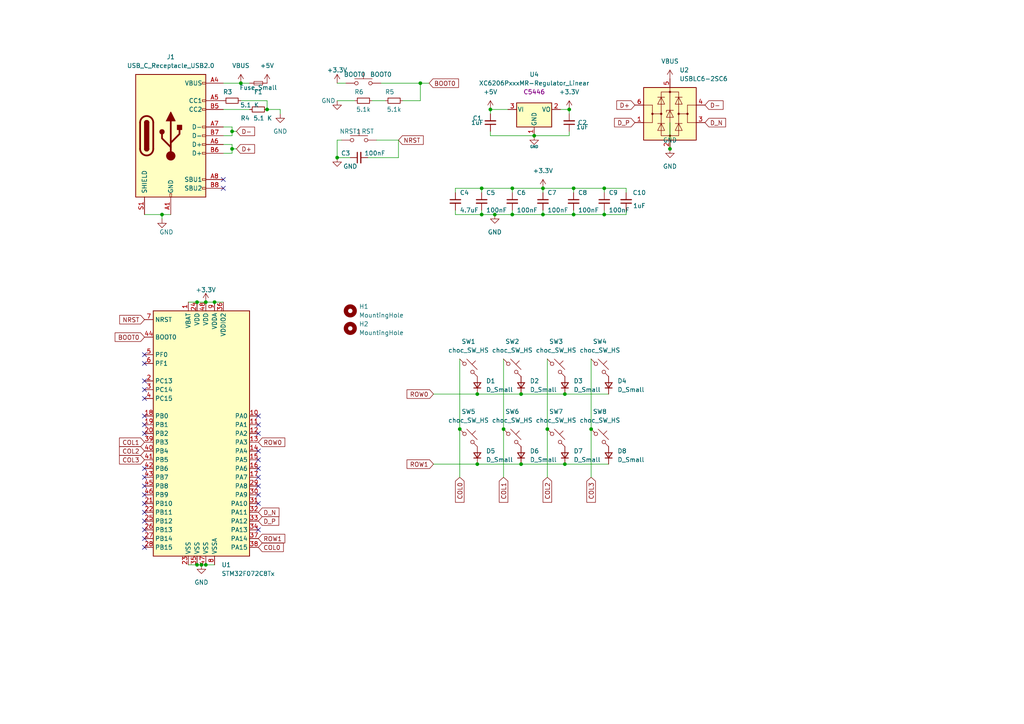
<source format=kicad_sch>
(kicad_sch (version 20230121) (generator eeschema)
  (paper "A4")
  (lib_symbols
    (symbol "Connector:USB_C_Receptacle_USB2.0" (pin_names (offset 1.016))
      (property "Reference" "J" (at -10.16 19.05 0))
      (property "Value" "USB_C_Receptacle_USB2.0" (at 19.05 19.05 0))
      (symbol "USB_C_Receptacle_USB2.0_0_0"
        (rectangle (start -0.254 -17.78) (end 0.254 -16.764))
        (rectangle (start 10.16 -14.986) (end 9.144 -15.494))
        (rectangle (start 10.16 -12.446) (end 9.144 -12.954))
        (rectangle (start 10.16 -4.826) (end 9.144 -5.334))
        (rectangle (start 10.16 -2.286) (end 9.144 -2.794))
        (rectangle (start 10.16 0.254) (end 9.144 -0.254))
        (rectangle (start 10.16 2.794) (end 9.144 2.286))
        (rectangle (start 10.16 7.874) (end 9.144 7.366))
        (rectangle (start 10.16 10.414) (end 9.144 9.906))
        (rectangle (start 10.16 15.494) (end 9.144 14.986))
      )
      (symbol "USB_C_Receptacle_USB2.0_0_1"
        (rectangle (start -10.16 17.78) (end 10.16 -17.78) (stroke (width 0.254)) (fill (type background)))
        (arc (start -8.89 -3.81) (mid -6.985 -5.7067) (end -5.08 -3.81) (stroke (width 0.508)))
        (arc (start -7.62 -3.81) (mid -6.985 -4.4423) (end -6.35 -3.81) (stroke (width 0.254)))
        (arc (start -7.62 -3.81) (mid -6.985 -4.4423) (end -6.35 -3.81) (stroke (width 0.254)) (fill (type outline)))
        (rectangle (start -7.62 -3.81) (end -6.35 3.81) (stroke (width 0.254)) (fill (type outline)))
        (arc (start -6.35 3.81) (mid -6.985 4.4423) (end -7.62 3.81) (stroke (width 0.254)))
        (arc (start -6.35 3.81) (mid -6.985 4.4423) (end -7.62 3.81) (stroke (width 0.254)) (fill (type outline)))
        (arc (start -5.08 3.81) (mid -6.985 5.7067) (end -8.89 3.81) (stroke (width 0.508)))
        (circle (center -2.54 1.143) (radius 0.635) (stroke (width 0.254)) (fill (type outline)))
        (circle (center 0 -5.842) (radius 1.27) (fill (type outline)))
        (polyline (pts (xy -8.89 -3.81) (xy -8.89 3.81)) (stroke (width 0.508)))
        (polyline (pts (xy -5.08 3.81) (xy -5.08 -3.81)) (stroke (width 0.508)))
        (polyline (pts (xy 0 -5.842) (xy 0 4.318)) (stroke (width 0.508)))
        (polyline (pts (xy 0 -3.302) (xy -2.54 -0.762) (xy -2.54 0.508)) (stroke (width 0.508)))
        (polyline (pts (xy 0 -2.032) (xy 2.54 0.508) (xy 2.54 1.778)) (stroke (width 0.508)))
        (polyline (pts (xy -1.27 4.318) (xy 0 6.858) (xy 1.27 4.318) (xy -1.27 4.318)) (stroke (width 0.254)) (fill (type outline)))
        (rectangle (start 1.905 1.778) (end 3.175 3.048) (stroke (width 0.254)) (fill (type outline)))
      )
      (symbol "USB_C_Receptacle_USB2.0_1_1"
        (pin passive line (at 0 -22.86 90) (length 5.08) (name "GND") (number "A1"))
        (pin passive line (at 0 -22.86 90) (length 5.08) hide (name "GND") (number "A12"))
        (pin passive line (at 15.24 15.24 180) (length 5.08) (name "VBUS") (number "A4"))
        (pin bidirectional line (at 15.24 10.16 180) (length 5.08) (name "CC1") (number "A5"))
        (pin bidirectional line (at 15.24 -2.54 180) (length 5.08) (name "D+") (number "A6"))
        (pin bidirectional line (at 15.24 2.54 180) (length 5.08) (name "D-") (number "A7"))
        (pin bidirectional line (at 15.24 -12.7 180) (length 5.08) (name "SBU1") (number "A8"))
        (pin passive line (at 15.24 15.24 180) (length 5.08) hide (name "VBUS") (number "A9"))
        (pin passive line (at 0 -22.86 90) (length 5.08) hide (name "GND") (number "B1"))
        (pin passive line (at 0 -22.86 90) (length 5.08) hide (name "GND") (number "B12"))
        (pin passive line (at 15.24 15.24 180) (length 5.08) hide (name "VBUS") (number "B4"))
        (pin bidirectional line (at 15.24 7.62 180) (length 5.08) (name "CC2") (number "B5"))
        (pin bidirectional line (at 15.24 -5.08 180) (length 5.08) (name "D+") (number "B6"))
        (pin bidirectional line (at 15.24 0 180) (length 5.08) (name "D-") (number "B7"))
        (pin bidirectional line (at 15.24 -15.24 180) (length 5.08) (name "SBU2") (number "B8"))
        (pin passive line (at 15.24 15.24 180) (length 5.08) hide (name "VBUS") (number "B9"))
        (pin passive line (at -7.62 -22.86 90) (length 5.08) (name "SHIELD") (number "S1"))
      )
    )
    (symbol "Device:C_Small" (pin_numbers hide) (pin_names (offset 0.254) hide)
      (property "Reference" "C" (at 0.254 1.778 0))
      (property "Value" "C_Small" (at 0.254 -2.032 0))
      (symbol "C_Small_0_1"
        (polyline (pts (xy -1.524 -0.508) (xy 1.524 -0.508)) (stroke (width 0.3302)))
        (polyline (pts (xy -1.524 0.508) (xy 1.524 0.508)) (stroke (width 0.3048)))
      )
      (symbol "C_Small_1_1"
        (pin passive line (at 0 2.54 270) (length 2.032) (name "~") (number "1"))
        (pin passive line (at 0 -2.54 90) (length 2.032) (name "~") (number "2"))
      )
    )
    (symbol "Device:D_Small" (pin_numbers hide) (pin_names (offset 0.254) hide)
      (property "Reference" "D" (at -1.27 2.032 0))
      (property "Value" "D_Small" (at -3.81 -2.032 0))
      (symbol "D_Small_0_1"
        (polyline (pts (xy -0.762 -1.016) (xy -0.762 1.016)) (stroke (width 0.254)))
        (polyline (pts (xy -0.762 0) (xy 0.762 0)))
        (polyline (pts (xy 0.762 -1.016) (xy -0.762 0) (xy 0.762 1.016) (xy 0.762 -1.016)) (stroke (width 0.254)))
      )
      (symbol "D_Small_1_1"
        (pin passive line (at -2.54 0 0) (length 1.778) (name "K") (number "1"))
        (pin passive line (at 2.54 0 180) (length 1.778) (name "A") (number "2"))
      )
    )
    (symbol "Device:Fuse_Small" (pin_numbers hide) (pin_names (offset 0.254) hide)
      (property "Reference" "F" (at 0 -1.524 0))
      (property "Value" "Fuse_Small" (at 0 1.524 0))
      (symbol "Fuse_Small_0_1"
        (rectangle (start -1.27 0.508) (end 1.27 -0.508))
        (polyline (pts (xy -1.27 0) (xy 1.27 0)))
      )
      (symbol "Fuse_Small_1_1"
        (pin passive line (at -2.54 0 0) (length 1.27) (name "~") (number "1"))
        (pin passive line (at 2.54 0 180) (length 1.27) (name "~") (number "2"))
      )
    )
    (symbol "Device:R_Small" (pin_numbers hide) (pin_names (offset 0.254) hide)
      (property "Reference" "R" (at 0.762 0.508 0))
      (property "Value" "R_Small" (at 0.762 -1.016 0))
      (symbol "R_Small_0_1"
        (rectangle (start -0.762 1.778) (end 0.762 -1.778) (stroke (width 0.2032)))
      )
      (symbol "R_Small_1_1"
        (pin passive line (at 0 2.54 270) (length 0.762) (name "~") (number "1"))
        (pin passive line (at 0 -2.54 90) (length 0.762) (name "~") (number "2"))
      )
    )
    (symbol "MCU_ST_STM32F0:STM32F072C8Tx"
      (property "Reference" "U" (at -15.24 36.83 0))
      (property "Value" "STM32F072C8Tx" (at 7.62 36.83 0))
      (symbol "STM32F072C8Tx_0_1"
        (rectangle (start -15.24 -35.56) (end 12.7 35.56) (stroke (width 0.254)) (fill (type background)))
      )
      (symbol "STM32F072C8Tx_1_1"
        (pin power_in line (at -5.08 38.1 270) (length 2.54) (name "VBAT") (number "1"))
        (pin bidirectional line (at 15.24 5.08 180) (length 2.54) (name "PA0") (number "10"))
        (pin bidirectional line (at 15.24 2.54 180) (length 2.54) (name "PA1") (number "11"))
        (pin bidirectional line (at 15.24 0 180) (length 2.54) (name "PA2") (number "12"))
        (pin bidirectional line (at 15.24 -2.54 180) (length 2.54) (name "PA3") (number "13"))
        (pin bidirectional line (at 15.24 -5.08 180) (length 2.54) (name "PA4") (number "14"))
        (pin bidirectional line (at 15.24 -7.62 180) (length 2.54) (name "PA5") (number "15"))
        (pin bidirectional line (at 15.24 -10.16 180) (length 2.54) (name "PA6") (number "16"))
        (pin bidirectional line (at 15.24 -12.7 180) (length 2.54) (name "PA7") (number "17"))
        (pin bidirectional line (at -17.78 5.08 0) (length 2.54) (name "PB0") (number "18"))
        (pin bidirectional line (at -17.78 2.54 0) (length 2.54) (name "PB1") (number "19"))
        (pin bidirectional line (at -17.78 15.24 0) (length 2.54) (name "PC13") (number "2"))
        (pin bidirectional line (at -17.78 0 0) (length 2.54) (name "PB2") (number "20"))
        (pin bidirectional line (at -17.78 -20.32 0) (length 2.54) (name "PB10") (number "21"))
        (pin bidirectional line (at -17.78 -22.86 0) (length 2.54) (name "PB11") (number "22"))
        (pin power_in line (at -5.08 -38.1 90) (length 2.54) (name "VSS") (number "23"))
        (pin power_in line (at -2.54 38.1 270) (length 2.54) (name "VDD") (number "24"))
        (pin bidirectional line (at -17.78 -25.4 0) (length 2.54) (name "PB12") (number "25"))
        (pin bidirectional line (at -17.78 -27.94 0) (length 2.54) (name "PB13") (number "26"))
        (pin bidirectional line (at -17.78 -30.48 0) (length 2.54) (name "PB14") (number "27"))
        (pin bidirectional line (at -17.78 -33.02 0) (length 2.54) (name "PB15") (number "28"))
        (pin bidirectional line (at 15.24 -15.24 180) (length 2.54) (name "PA8") (number "29"))
        (pin bidirectional line (at -17.78 12.7 0) (length 2.54) (name "PC14") (number "3"))
        (pin bidirectional line (at 15.24 -17.78 180) (length 2.54) (name "PA9") (number "30"))
        (pin bidirectional line (at 15.24 -20.32 180) (length 2.54) (name "PA10") (number "31"))
        (pin bidirectional line (at 15.24 -22.86 180) (length 2.54) (name "PA11") (number "32"))
        (pin bidirectional line (at 15.24 -25.4 180) (length 2.54) (name "PA12") (number "33"))
        (pin bidirectional line (at 15.24 -27.94 180) (length 2.54) (name "PA13") (number "34"))
        (pin power_in line (at -2.54 -38.1 90) (length 2.54) (name "VSS") (number "35"))
        (pin power_in line (at 5.08 38.1 270) (length 2.54) (name "VDDIO2") (number "36"))
        (pin bidirectional line (at 15.24 -30.48 180) (length 2.54) (name "PA14") (number "37"))
        (pin bidirectional line (at 15.24 -33.02 180) (length 2.54) (name "PA15") (number "38"))
        (pin bidirectional line (at -17.78 -2.54 0) (length 2.54) (name "PB3") (number "39"))
        (pin bidirectional line (at -17.78 10.16 0) (length 2.54) (name "PC15") (number "4"))
        (pin bidirectional line (at -17.78 -5.08 0) (length 2.54) (name "PB4") (number "40"))
        (pin bidirectional line (at -17.78 -7.62 0) (length 2.54) (name "PB5") (number "41"))
        (pin bidirectional line (at -17.78 -10.16 0) (length 2.54) (name "PB6") (number "42"))
        (pin bidirectional line (at -17.78 -12.7 0) (length 2.54) (name "PB7") (number "43"))
        (pin input line (at -17.78 27.94 0) (length 2.54) (name "BOOT0") (number "44"))
        (pin bidirectional line (at -17.78 -15.24 0) (length 2.54) (name "PB8") (number "45"))
        (pin bidirectional line (at -17.78 -17.78 0) (length 2.54) (name "PB9") (number "46"))
        (pin power_in line (at 0 -38.1 90) (length 2.54) (name "VSS") (number "47"))
        (pin power_in line (at 0 38.1 270) (length 2.54) (name "VDD") (number "48"))
        (pin input line (at -17.78 22.86 0) (length 2.54) (name "PF0") (number "5"))
        (pin input line (at -17.78 20.32 0) (length 2.54) (name "PF1") (number "6"))
        (pin input line (at -17.78 33.02 0) (length 2.54) (name "NRST") (number "7"))
        (pin power_in line (at 2.54 -38.1 90) (length 2.54) (name "VSSA") (number "8"))
        (pin power_in line (at 2.54 38.1 270) (length 2.54) (name "VDDA") (number "9"))
      )
    )
    (symbol "Mechanical:MountingHole" (pin_names (offset 1.016))
      (property "Reference" "H" (at 0 5.08 0))
      (property "Value" "MountingHole" (at 0 3.175 0))
      (symbol "MountingHole_0_1"
        (circle (center 0 0) (radius 1.27) (stroke (width 1.27)))
      )
    )
    (symbol "PCM_marbastlib-choc:choc_SW_HS" (pin_numbers hide) (pin_names (offset 1.016) hide)
      (property "Reference" "CH" (at 3.048 1.016 0))
      (property "Value" "choc_SW_HS" (at 0 -3.81 0))
      (symbol "choc_SW_HS_0_1"
        (circle (center -1.1684 1.1684) (radius 0.508))
        (polyline (pts (xy -0.508 2.54) (xy 2.54 -0.508)))
        (polyline (pts (xy 1.016 1.016) (xy 2.032 2.032)))
        (polyline (pts (xy -2.54 2.54) (xy -1.524 1.524) (xy -1.524 1.524)))
        (polyline (pts (xy 1.524 -1.524) (xy 2.54 -2.54) (xy 2.54 -2.54) (xy 2.54 -2.54)))
        (circle (center 1.143 -1.1938) (radius 0.508))
        (pin passive line (at -2.54 2.54 0) (length 0) (name "1") (number "1"))
        (pin passive line (at 2.54 -2.54 180) (length 0) (name "2") (number "2"))
      )
    )
    (symbol "Power_Protection:USBLC6-2SC6" (pin_names hide)
      (property "Reference" "U" (at 2.54 8.89 0))
      (property "Value" "USBLC6-2SC6" (at 2.54 -8.89 0))
      (symbol "USBLC6-2SC6_0_1"
        (rectangle (start -7.62 -7.62) (end 7.62 7.62) (stroke (width 0.254)) (fill (type background)))
        (circle (center -5.08 0) (radius 0.254) (fill (type outline)))
        (circle (center -2.54 0) (radius 0.254) (fill (type outline)))
        (rectangle (start -2.54 6.35) (end 2.54 -6.35))
        (circle (center 0 -6.35) (radius 0.254) (fill (type outline)))
        (polyline (pts (xy -5.08 -2.54) (xy -7.62 -2.54)))
        (polyline (pts (xy -5.08 0) (xy -5.08 -2.54)))
        (polyline (pts (xy -5.08 2.54) (xy -7.62 2.54)))
        (polyline (pts (xy -1.524 -2.794) (xy -3.556 -2.794)))
        (polyline (pts (xy -1.524 4.826) (xy -3.556 4.826)))
        (polyline (pts (xy 0 -7.62) (xy 0 -6.35)))
        (polyline (pts (xy 0 -6.35) (xy 0 1.27)))
        (polyline (pts (xy 0 1.27) (xy 0 6.35)))
        (polyline (pts (xy 0 6.35) (xy 0 7.62)))
        (polyline (pts (xy 1.524 -2.794) (xy 3.556 -2.794)))
        (polyline (pts (xy 1.524 4.826) (xy 3.556 4.826)))
        (polyline (pts (xy 5.08 -2.54) (xy 7.62 -2.54)))
        (polyline (pts (xy 5.08 0) (xy 5.08 -2.54)))
        (polyline (pts (xy 5.08 2.54) (xy 7.62 2.54)))
        (polyline (pts (xy -2.54 0) (xy -5.08 0) (xy -5.08 2.54)))
        (polyline (pts (xy 2.54 0) (xy 5.08 0) (xy 5.08 2.54)))
        (polyline (pts (xy -3.556 -4.826) (xy -1.524 -4.826) (xy -2.54 -2.794) (xy -3.556 -4.826)))
        (polyline (pts (xy -3.556 2.794) (xy -1.524 2.794) (xy -2.54 4.826) (xy -3.556 2.794)))
        (polyline (pts (xy -1.016 -1.016) (xy 1.016 -1.016) (xy 0 1.016) (xy -1.016 -1.016)))
        (polyline (pts (xy 1.016 1.016) (xy 0.762 1.016) (xy -1.016 1.016) (xy -1.016 0.508)))
        (polyline (pts (xy 3.556 -4.826) (xy 1.524 -4.826) (xy 2.54 -2.794) (xy 3.556 -4.826)))
        (polyline (pts (xy 3.556 2.794) (xy 1.524 2.794) (xy 2.54 4.826) (xy 3.556 2.794)))
        (circle (center 0 6.35) (radius 0.254) (fill (type outline)))
        (circle (center 2.54 0) (radius 0.254) (fill (type outline)))
        (circle (center 5.08 0) (radius 0.254) (fill (type outline)))
      )
      (symbol "USBLC6-2SC6_1_1"
        (pin passive line (at -10.16 -2.54 0) (length 2.54) (name "I/O1") (number "1"))
        (pin passive line (at 0 -10.16 90) (length 2.54) (name "GND") (number "2"))
        (pin passive line (at 10.16 -2.54 180) (length 2.54) (name "I/O2") (number "3"))
        (pin passive line (at 10.16 2.54 180) (length 2.54) (name "I/O2") (number "4"))
        (pin passive line (at 0 10.16 270) (length 2.54) (name "VBUS") (number "5"))
        (pin passive line (at -10.16 2.54 0) (length 2.54) (name "I/O1") (number "6"))
      )
    )
    (symbol "Switch:SW_Push" (pin_numbers hide) (pin_names (offset 1.016) hide)
      (property "Reference" "SW" (at 1.27 2.54 0))
      (property "Value" "SW_Push" (at 0 -1.524 0))
      (symbol "SW_Push_0_1"
        (circle (center -2.032 0) (radius 0.508))
        (polyline (pts (xy 0 1.27) (xy 0 3.048)))
        (polyline (pts (xy 2.54 1.27) (xy -2.54 1.27)))
        (circle (center 2.032 0) (radius 0.508))
        (pin passive line (at -5.08 0 0) (length 2.54) (name "1") (number "1"))
        (pin passive line (at 5.08 0 180) (length 2.54) (name "2") (number "2"))
      )
    )
    (symbol "kicad-keyboard-parts:XC6206PxxxMR-Regulator_Linear" (pin_names (offset 0.254))
      (property "Reference" "U" (at -3.81 3.175 0))
      (property "Value" "XC6206PxxxMR-Regulator_Linear" (at 0 3.175 0))
      (property "LCSC" "C5446" (at 0 0 0))
      (symbol "XC6206PxxxMR-Regulator_Linear_0_1"
        (rectangle (start -5.08 1.905) (end 5.08 -5.08) (stroke (width 0.254)) (fill (type background)))
      )
      (symbol "XC6206PxxxMR-Regulator_Linear_1_1"
        (pin power_in line (at 0 -7.62 90) (length 2.54) (name "GND") (number "1"))
        (pin power_out line (at 7.62 0 180) (length 2.54) (name "VO") (number "2"))
        (pin power_in line (at -7.62 0 0) (length 2.54) (name "VI") (number "3"))
      )
    )
    (symbol "power:+3.3V" (power) (pin_names (offset 0))
      (property "Value" "+3.3V" (at 0 3.556 0))
      (symbol "+3.3V_0_1"
        (polyline (pts (xy -0.762 1.27) (xy 0 2.54)))
        (polyline (pts (xy 0 0) (xy 0 2.54)))
        (polyline (pts (xy 0 2.54) (xy 0.762 1.27)))
      )
      (symbol "+3.3V_1_1"
        (pin power_in line (at 0 0 90) (length 0) hide (name "+3.3V") (number "1"))
      )
    )
    (symbol "power:+5V" (power) (pin_names (offset 0))
      (property "Value" "+5V" (at 0 3.556 0))
      (symbol "+5V_0_1"
        (polyline (pts (xy -0.762 1.27) (xy 0 2.54)))
        (polyline (pts (xy 0 0) (xy 0 2.54)))
        (polyline (pts (xy 0 2.54) (xy 0.762 1.27)))
      )
      (symbol "+5V_1_1"
        (pin power_in line (at 0 0 90) (length 0) hide (name "+5V") (number "1"))
      )
    )
    (symbol "power:GND" (power) (pin_names (offset 0))
      (property "Value" "GND" (at 0 -3.81 0))
      (symbol "GND_0_1"
        (polyline (pts (xy 0 0) (xy 0 -1.27) (xy 1.27 -1.27) (xy 0 -2.54) (xy -1.27 -1.27) (xy 0 -1.27)))
      )
      (symbol "GND_1_1"
        (pin power_in line (at 0 0 270) (length 0) hide (name "GND") (number "1"))
      )
    )
    (symbol "power:VBUS" (power) (pin_names (offset 0))
      (property "Value" "VBUS" (at 0 3.81 0))
      (symbol "VBUS_0_1"
        (polyline (pts (xy -0.762 1.27) (xy 0 2.54)))
        (polyline (pts (xy 0 0) (xy 0 2.54)))
        (polyline (pts (xy 0 2.54) (xy 0.762 1.27)))
      )
      (symbol "VBUS_1_1"
        (pin power_in line (at 0 0 90) (length 0) hide (name "VBUS") (number "1"))
      )
    )
  )
  (junction (at 158.75 124.46))
  (junction (at 165.1 31.75) (diameter 0.9144))
  (junction (at 154.94 39.37) (diameter 0.9144))
  (junction (at 138.43 114.3))
  (junction (at 194.31 43.18))
  (junction (at 143.51 62.23))
  (junction (at 139.7 54.61))
  (junction (at 175.26 62.23))
  (junction (at 58.42 163.83))
  (junction (at 146.05 124.46))
  (junction (at 77.47 31.75))
  (junction (at 121.92 24.13))
  (junction (at 175.26 54.61))
  (junction (at 163.83 114.3))
  (junction (at 148.59 54.61))
  (junction (at 67.31 38.1))
  (junction (at 166.37 62.23))
  (junction (at 151.13 114.3))
  (junction (at 59.69 163.83))
  (junction (at 97.79 45.72))
  (junction (at 69.85 24.13))
  (junction (at 142.24 31.75) (diameter 0.9144))
  (junction (at 67.31 43.18))
  (junction (at 46.99 62.23))
  (junction (at 151.13 134.62))
  (junction (at 171.45 124.46))
  (junction (at 139.7 62.23))
  (junction (at 57.15 163.83))
  (junction (at 133.35 124.46))
  (junction (at 59.69 87.63))
  (junction (at 148.59 62.23))
  (junction (at 138.43 134.62))
  (junction (at 157.48 62.23))
  (junction (at 166.37 54.61))
  (junction (at 62.23 87.63))
  (junction (at 157.48 54.61))
  (junction (at 163.83 134.62))
  (junction (at 57.15 87.63))
  (no_connect (at 41.91 110.49))
  (no_connect (at 74.93 123.19))
  (no_connect (at 41.91 151.13))
  (no_connect (at 41.91 123.19))
  (no_connect (at 41.91 120.65))
  (no_connect (at 74.93 120.65))
  (no_connect (at 41.91 135.89))
  (no_connect (at 41.91 158.75))
  (no_connect (at 74.93 143.51))
  (no_connect (at 41.91 153.67))
  (no_connect (at 74.93 138.43))
  (no_connect (at 74.93 135.89))
  (no_connect (at 41.91 138.43))
  (no_connect (at 41.91 113.03))
  (no_connect (at 74.93 133.35))
  (no_connect (at 41.91 105.41))
  (no_connect (at 64.77 52.07))
  (no_connect (at 41.91 146.05))
  (no_connect (at 41.91 125.73))
  (no_connect (at 41.91 140.97))
  (no_connect (at 41.91 148.59))
  (no_connect (at 74.93 125.73))
  (no_connect (at 74.93 140.97))
  (no_connect (at 74.93 130.81))
  (no_connect (at 41.91 156.21))
  (no_connect (at 64.77 54.61))
  (no_connect (at 41.91 115.57))
  (no_connect (at 41.91 102.87))
  (no_connect (at 74.93 146.05))
  (no_connect (at 41.91 143.51))
  (no_connect (at 74.93 153.67))
  (wire (pts (xy 46.99 63.5) (xy 46.99 62.23)))
  (wire (pts (xy 157.48 54.61) (xy 166.37 54.61)))
  (wire (pts (xy 132.08 55.88) (xy 132.08 54.61)))
  (wire (pts (xy 77.47 29.21) (xy 77.47 31.75)))
  (wire (pts (xy 133.35 104.14) (xy 133.35 124.46)))
  (wire (pts (xy 64.77 44.45) (xy 67.31 44.45)))
  (wire (pts (xy 46.99 62.23) (xy 49.53 62.23)))
  (wire (pts (xy 194.31 43.18) (xy 194.31 35.56)))
  (wire (pts (xy 97.79 40.64) (xy 99.06 40.64)))
  (wire (pts (xy 121.92 24.13) (xy 124.46 24.13)))
  (wire (pts (xy 163.83 134.62) (xy 176.53 134.62)))
  (wire (pts (xy 175.26 62.23) (xy 181.61 62.23)))
  (wire (pts (xy 157.48 62.23) (xy 157.48 60.96)))
  (wire (pts (xy 143.51 62.23) (xy 148.59 62.23)))
  (wire (pts (xy 64.77 39.37) (xy 67.31 39.37)))
  (wire (pts (xy 139.7 60.96) (xy 139.7 62.23)))
  (wire (pts (xy 166.37 54.61) (xy 175.26 54.61)))
  (wire (pts (xy 64.77 41.91) (xy 67.31 41.91)))
  (wire (pts (xy 106.68 45.72) (xy 115.57 45.72)))
  (wire (pts (xy 142.24 31.75) (xy 142.24 33.02)))
  (wire (pts (xy 97.79 29.21) (xy 102.87 29.21)))
  (wire (pts (xy 181.61 60.96) (xy 181.61 62.23)))
  (wire (pts (xy 163.83 114.3) (xy 176.53 114.3)))
  (wire (pts (xy 138.43 134.62) (xy 151.13 134.62)))
  (wire (pts (xy 146.05 138.43) (xy 146.05 124.46)))
  (wire (pts (xy 68.58 43.18) (xy 67.31 43.18)))
  (wire (pts (xy 181.61 54.61) (xy 175.26 54.61)))
  (wire (pts (xy 154.94 39.37) (xy 142.24 39.37)))
  (wire (pts (xy 116.84 29.21) (xy 121.92 29.21)))
  (wire (pts (xy 146.05 104.14) (xy 146.05 124.46)))
  (wire (pts (xy 121.92 29.21) (xy 121.92 24.13)))
  (wire (pts (xy 133.35 124.46) (xy 133.35 138.43)))
  (wire (pts (xy 138.43 114.3) (xy 151.13 114.3)))
  (wire (pts (xy 158.75 124.46) (xy 158.75 138.43)))
  (wire (pts (xy 110.49 24.13) (xy 121.92 24.13)))
  (wire (pts (xy 142.24 38.1) (xy 142.24 39.37)))
  (wire (pts (xy 58.42 163.83) (xy 59.69 163.83)))
  (wire (pts (xy 67.31 41.91) (xy 67.31 43.18)))
  (wire (pts (xy 125.73 114.3) (xy 138.43 114.3)))
  (wire (pts (xy 64.77 31.75) (xy 72.39 31.75)))
  (wire (pts (xy 148.59 62.23) (xy 148.59 60.96)))
  (wire (pts (xy 139.7 62.23) (xy 143.51 62.23)))
  (wire (pts (xy 115.57 45.72) (xy 115.57 40.64)))
  (wire (pts (xy 107.95 29.21) (xy 111.76 29.21)))
  (wire (pts (xy 97.79 24.13) (xy 100.33 24.13)))
  (wire (pts (xy 148.59 54.61) (xy 157.48 54.61)))
  (wire (pts (xy 148.59 54.61) (xy 148.59 55.88)))
  (wire (pts (xy 67.31 38.1) (xy 67.31 39.37)))
  (wire (pts (xy 54.61 163.83) (xy 57.15 163.83)))
  (wire (pts (xy 181.61 55.88) (xy 181.61 54.61)))
  (wire (pts (xy 162.56 31.75) (xy 165.1 31.75)))
  (wire (pts (xy 139.7 54.61) (xy 148.59 54.61)))
  (wire (pts (xy 171.45 104.14) (xy 171.45 124.46)))
  (wire (pts (xy 157.48 54.61) (xy 157.48 55.88)))
  (wire (pts (xy 62.23 87.63) (xy 64.77 87.63)))
  (wire (pts (xy 97.79 45.72) (xy 97.79 40.64)))
  (wire (pts (xy 165.1 38.1) (xy 165.1 39.37)))
  (wire (pts (xy 62.23 87.63) (xy 59.69 87.63)))
  (wire (pts (xy 57.15 163.83) (xy 58.42 163.83)))
  (wire (pts (xy 69.85 24.13) (xy 64.77 24.13)))
  (wire (pts (xy 154.94 39.37) (xy 165.1 39.37)))
  (wire (pts (xy 68.58 38.1) (xy 67.31 38.1)))
  (wire (pts (xy 151.13 134.62) (xy 163.83 134.62)))
  (wire (pts (xy 171.45 138.43) (xy 171.45 124.46)))
  (wire (pts (xy 165.1 31.75) (xy 165.1 33.02)))
  (wire (pts (xy 57.15 87.63) (xy 59.69 87.63)))
  (wire (pts (xy 166.37 54.61) (xy 166.37 55.88)))
  (wire (pts (xy 59.69 163.83) (xy 62.23 163.83)))
  (wire (pts (xy 132.08 62.23) (xy 139.7 62.23)))
  (wire (pts (xy 157.48 62.23) (xy 166.37 62.23)))
  (wire (pts (xy 132.08 60.96) (xy 132.08 62.23)))
  (wire (pts (xy 81.28 31.75) (xy 77.47 31.75)))
  (wire (pts (xy 125.73 134.62) (xy 138.43 134.62)))
  (wire (pts (xy 175.26 54.61) (xy 175.26 55.88)))
  (wire (pts (xy 72.39 24.13) (xy 69.85 24.13)))
  (wire (pts (xy 132.08 54.61) (xy 139.7 54.61)))
  (wire (pts (xy 54.61 87.63) (xy 57.15 87.63)))
  (wire (pts (xy 41.91 62.23) (xy 46.99 62.23)))
  (wire (pts (xy 81.28 33.02) (xy 81.28 31.75)))
  (wire (pts (xy 151.13 114.3) (xy 163.83 114.3)))
  (wire (pts (xy 158.75 104.14) (xy 158.75 124.46)))
  (wire (pts (xy 139.7 54.61) (xy 139.7 55.88)))
  (wire (pts (xy 101.6 45.72) (xy 97.79 45.72)))
  (wire (pts (xy 166.37 62.23) (xy 175.26 62.23)))
  (wire (pts (xy 166.37 60.96) (xy 166.37 62.23)))
  (wire (pts (xy 142.24 31.75) (xy 147.32 31.75)))
  (wire (pts (xy 67.31 36.83) (xy 67.31 38.1)))
  (wire (pts (xy 175.26 60.96) (xy 175.26 62.23)))
  (wire (pts (xy 67.31 43.18) (xy 67.31 44.45)))
  (wire (pts (xy 64.77 36.83) (xy 67.31 36.83)))
  (wire (pts (xy 148.59 62.23) (xy 157.48 62.23)))
  (wire (pts (xy 69.85 29.21) (xy 77.47 29.21)))
  (wire (pts (xy 109.22 40.64) (xy 115.57 40.64)))
  (global_label "NRST" (shape input) (at 41.91 92.71 180) (property "Intersheetrefs" "${INTERSHEET_REFS}" (effects hide)))
  (global_label "BOOT0" (shape input) (at 41.91 97.79 180) (property "Intersheetrefs" "${INTERSHEET_REFS}" (effects hide)))
  (global_label "D-" (shape input) (at 204.47 30.48 0) (property "Intersheetrefs" "${INTERSHEET_REFS}" (effects hide)))
  (global_label "ROW0" (shape input) (at 125.73 114.3 180) (property "Intersheetrefs" "${INTERSHEET_REFS}" (effects hide)))
  (global_label "ROW1" (shape input) (at 74.93 156.21 0) (property "Intersheetrefs" "${INTERSHEET_REFS}" (effects hide)))
  (global_label "COL3" (shape input) (at 171.45 138.43 270) (property "Intersheetrefs" "${INTERSHEET_REFS}" (effects hide)))
  (global_label "ROW1" (shape input) (at 125.73 134.62 180) (property "Intersheetrefs" "${INTERSHEET_REFS}" (effects hide)))
  (global_label "COL2" (shape input) (at 41.91 130.81 180) (property "Intersheetrefs" "${INTERSHEET_REFS}" (effects hide)))
  (global_label "NRST" (shape input) (at 115.57 40.64 0) (property "Intersheetrefs" "${INTERSHEET_REFS}" (effects hide)))
  (global_label "COL2" (shape input) (at 158.75 138.43 270) (property "Intersheetrefs" "${INTERSHEET_REFS}" (effects hide)))
  (global_label "D_P" (shape input) (at 74.93 151.13 0) (property "Intersheetrefs" "${INTERSHEET_REFS}" (effects hide)))
  (global_label "D+" (shape input) (at 184.15 30.48 180) (property "Intersheetrefs" "${INTERSHEET_REFS}" (effects hide)))
  (global_label "D_N" (shape input) (at 204.47 35.56 0) (property "Intersheetrefs" "${INTERSHEET_REFS}" (effects hide)))
  (global_label "BOOT0" (shape input) (at 124.46 24.13 0) (property "Intersheetrefs" "${INTERSHEET_REFS}" (effects hide)))
  (global_label "ROW0" (shape input) (at 74.93 128.27 0) (property "Intersheetrefs" "${INTERSHEET_REFS}" (effects hide)))
  (global_label "D+" (shape input) (at 68.58 43.18 0) (property "Intersheetrefs" "${INTERSHEET_REFS}" (effects hide)))
  (global_label "COL1" (shape input) (at 146.05 138.43 270) (property "Intersheetrefs" "${INTERSHEET_REFS}" (effects hide)))
  (global_label "COL0" (shape input) (at 133.35 138.43 270) (property "Intersheetrefs" "${INTERSHEET_REFS}" (effects hide)))
  (global_label "COL0" (shape input) (at 74.93 158.75 0) (property "Intersheetrefs" "${INTERSHEET_REFS}" (effects hide)))
  (global_label "D_N" (shape input) (at 74.93 148.59 0) (property "Intersheetrefs" "${INTERSHEET_REFS}" (effects hide)))
  (global_label "D-" (shape input) (at 68.58 38.1 0) (property "Intersheetrefs" "${INTERSHEET_REFS}" (effects hide)))
  (global_label "D_P" (shape input) (at 184.15 35.56 180) (property "Intersheetrefs" "${INTERSHEET_REFS}" (effects hide)))
  (global_label "COL3" (shape input) (at 41.91 133.35 180) (property "Intersheetrefs" "${INTERSHEET_REFS}" (effects hide)))
  (global_label "COL1" (shape input) (at 41.91 128.27 180) (property "Intersheetrefs" "${INTERSHEET_REFS}" (effects hide)))
  (symbol (lib_id "kicad-keyboard-parts:XC6206PxxxMR-Regulator_Linear") (at 154.94 31.75 0) (unit 1)
    (property "Reference" "U4" (at 154.94 21.59 0))
    (property "Value" "XC6206PxxxMR-Regulator_Linear" (at 154.94 24.13 0))
    (property "Footprint" "Package_TO_SOT_SMD:SOT-23" (effects hide))
    (property "Datasheet" "https://www.torexsemi.com/file/xc6206/XC6206.pdf" (effects hide))
    (property "LCSC" "C5446" (at 154.94 26.67 0))
  )
  (symbol (lib_id "Device:R_Small") (at 114.3 29.21 270) (unit 1)
    (property "Reference" "R5" (at 113.03 26.67 90))
    (property "Value" "5.1k" (at 114.3 31.75 90))
    (property "Footprint" "Resistor_SMD:R_0402_1005Metric" (effects hide))
  )
  (symbol (lib_id "Device:D_Small") (at 151.13 111.76 90) (unit 1)
    (property "Reference" "D2" (at 153.67 110.49 90) (effects (justify right)))
    (property "Value" "D_Small" (at 153.67 113.03 90) (effects (justify right)))
    (property "Footprint" "Diode_SMD:D_SOD-123" (effects hide))
    (property "Sim.Device" "D" (effects hide))
    (property "Sim.Pins" "1=K 2=A" (effects hide))
  )
  (symbol (lib_id "Device:C_Small") (at 139.7 58.42 0) (unit 1)
    (property "Reference" "C5" (at 140.97 55.8799 0) (effects (justify left)))
    (property "Value" "100nF" (at 140.97 60.9599 0) (effects (justify left)))
    (property "Footprint" "Capacitor_SMD:C_0402_1005Metric" (effects hide))
    (property "LCSC" "C307331" (effects hide))
  )
  (symbol (lib_id "power:GND") (at 46.99 63.5 0) (unit 1)
    (property "Reference" "#PWR01" (effects hide))
    (property "Value" "GND" (at 48.26 67.31 0))
  )
  (symbol (lib_id "power:+5V") (at 142.24 31.75 0) (unit 1)
    (property "Reference" "#PWR08" (effects hide))
    (property "Value" "+5V" (at 142.24 26.67 0))
  )
  (symbol (lib_id "power:GND") (at 58.42 163.83 0) (unit 1)
    (property "Reference" "#PWR03" (effects hide))
    (property "Value" "GND" (at 58.42 168.91 0))
  )
  (symbol (lib_id "power:+3.3V") (at 165.1 31.75 0) (unit 1)
    (property "Reference" "#PWR013" (effects hide))
    (property "Value" "+3.3V" (at 165.1 26.67 0))
  )
  (symbol (lib_id "power:GND") (at 97.79 29.21 0) (unit 1)
    (property "Reference" "#PWR011" (effects hide))
    (property "Value" "GND" (at 95.25 29.21 0))
  )
  (symbol (lib_id "power:VBUS") (at 69.85 24.13 0) (unit 1)
    (property "Reference" "#PWR05" (effects hide))
    (property "Value" "VBUS" (at 69.85 19.05 0))
  )
  (symbol (lib_id "power:VBUS") (at 194.31 22.86 0) (unit 1)
    (property "Reference" "#PWR014" (effects hide))
    (property "Value" "VBUS" (at 194.31 17.78 0))
  )
  (symbol (lib_id "Device:D_Small") (at 176.53 132.08 90) (unit 1)
    (property "Reference" "D8" (at 179.07 130.81 90) (effects (justify right)))
    (property "Value" "D_Small" (at 179.07 133.35 90) (effects (justify right)))
    (property "Footprint" "Diode_SMD:D_SOD-123" (effects hide))
    (property "Sim.Device" "D" (effects hide))
    (property "Sim.Pins" "1=K 2=A" (effects hide))
  )
  (symbol (lib_id "Power_Protection:USBLC6-2SC6") (at 194.31 33.02 0) (unit 1)
    (property "Reference" "U2" (at 197.0787 20.32 0) (effects (justify left)))
    (property "Value" "USBLC6-2SC6" (at 197.0787 22.86 0) (effects (justify left)))
    (property "Footprint" "Package_TO_SOT_SMD:SOT-23-6" (effects hide))
    (property "Datasheet" "https://www.st.com/resource/en/datasheet/usblc6-2.pdf" (effects hide))
  )
  (symbol (lib_id "Mechanical:MountingHole") (at 101.6 90.17 0) (unit 1)
    (property "Reference" "H1" (at 104.14 88.9 0) (effects (justify left)))
    (property "Value" "MountingHole" (at 104.14 91.44 0) (effects (justify left)))
    (property "Footprint" "MountingHole:MountingHole_2.2mm_M2" (effects hide))
  )
  (symbol (lib_id "Device:C_Small") (at 175.26 58.42 0) (unit 1)
    (property "Reference" "C9" (at 176.53 55.8799 0) (effects (justify left)))
    (property "Value" "100nF" (at 176.53 60.9599 0) (effects (justify left)))
    (property "Footprint" "Capacitor_SMD:C_0402_1005Metric" (effects hide))
    (property "LCSC" "C307331" (effects hide))
  )
  (symbol (lib_id "PCM_marbastlib-choc:choc_SW_HS") (at 161.29 106.68 0) (unit 1)
    (property "Reference" "SW3" (at 161.29 99.06 0))
    (property "Value" "choc_SW_HS" (at 161.29 101.6 0))
    (property "Footprint" "PCM_marbastlib-choc:SW_choc_v1_HS_1u_18_17" (effects hide))
  )
  (symbol (lib_id "power:GND") (at 154.94 39.37 0) (unit 1)
    (property "Reference" "#PWR09" (effects hide))
    (property "Value" "GND" (at 154.94 42.545 0) (effects (font (size 0.762 0.762))))
  )
  (symbol (lib_id "Device:C_Small") (at 166.37 58.42 0) (unit 1)
    (property "Reference" "C8" (at 167.64 55.8799 0) (effects (justify left)))
    (property "Value" "100nF" (at 167.64 60.9599 0) (effects (justify left)))
    (property "Footprint" "Capacitor_SMD:C_0402_1005Metric" (effects hide))
    (property "LCSC" "C307331" (effects hide))
  )
  (symbol (lib_id "PCM_marbastlib-choc:choc_SW_HS") (at 161.29 127 0) (unit 1)
    (property "Reference" "SW7" (at 161.29 119.38 0))
    (property "Value" "choc_SW_HS" (at 161.29 121.92 0))
    (property "Footprint" "PCM_marbastlib-choc:SW_choc_v1_HS_1u_18_17" (effects hide))
  )
  (symbol (lib_id "Device:D_Small") (at 151.13 132.08 90) (unit 1)
    (property "Reference" "D6" (at 153.67 130.81 90) (effects (justify right)))
    (property "Value" "D_Small" (at 153.67 133.35 90) (effects (justify right)))
    (property "Footprint" "Diode_SMD:D_SOD-123" (effects hide))
    (property "Sim.Device" "D" (effects hide))
    (property "Sim.Pins" "1=K 2=A" (effects hide))
  )
  (symbol (lib_id "power:GND") (at 143.51 62.23 0) (unit 1)
    (property "Reference" "#PWR02" (effects hide))
    (property "Value" "GND" (at 143.51 67.31 0))
  )
  (symbol (lib_id "PCM_marbastlib-choc:choc_SW_HS") (at 135.89 127 0) (unit 1)
    (property "Reference" "SW5" (at 135.89 119.38 0))
    (property "Value" "choc_SW_HS" (at 135.89 121.92 0))
    (property "Footprint" "PCM_marbastlib-choc:SW_choc_v1_HS_1u_18_17" (effects hide))
  )
  (symbol (lib_id "Device:D_Small") (at 138.43 111.76 90) (unit 1)
    (property "Reference" "D1" (at 140.97 110.49 90) (effects (justify right)))
    (property "Value" "D_Small" (at 140.97 113.03 90) (effects (justify right)))
    (property "Footprint" "Diode_SMD:D_SOD-123" (effects hide))
    (property "Sim.Device" "D" (effects hide))
    (property "Sim.Pins" "1=K 2=A" (effects hide))
  )
  (symbol (lib_id "Device:C_Small") (at 157.48 58.42 0) (unit 1)
    (property "Reference" "C7" (at 158.75 55.8799 0) (effects (justify left)))
    (property "Value" "100nF" (at 158.75 60.9599 0) (effects (justify left)))
    (property "Footprint" "Capacitor_SMD:C_0402_1005Metric" (effects hide))
    (property "LCSC" "C307331" (effects hide))
  )
  (symbol (lib_id "Mechanical:MountingHole") (at 101.6 95.25 0) (unit 1)
    (property "Reference" "H2" (at 104.14 93.98 0) (effects (justify left)))
    (property "Value" "MountingHole" (at 104.14 96.52 0) (effects (justify left)))
    (property "Footprint" "MountingHole:MountingHole_2.2mm_M2" (effects hide))
  )
  (symbol (lib_id "Device:R_Small") (at 74.93 31.75 270) (unit 1)
    (property "Reference" "R4" (at 71.12 34.29 90))
    (property "Value" "5.1 K" (at 76.2 34.29 90))
    (property "Footprint" "Resistor_SMD:R_0402_1005Metric" (effects hide))
  )
  (symbol (lib_id "Device:C_Small") (at 104.14 45.72 90) (unit 1)
    (property "Reference" "C3" (at 101.6 44.45 90) (effects (justify left)))
    (property "Value" "100nF" (at 111.76 44.45 90) (effects (justify left)))
    (property "Footprint" "Capacitor_SMD:C_0402_1005Metric" (effects hide))
    (property "LCSC" "C307331" (effects hide))
  )
  (symbol (lib_id "Switch:SW_Push") (at 105.41 24.13 0) (unit 1)
    (property "Reference" "BOOT0" (at 102.87 21.59 0))
    (property "Value" "BOOT0" (at 110.49 21.59 0))
    (property "Footprint" "Button_Switch_SMD:SW_SPST_SKQG_WithoutStem" (effects hide))
  )
  (symbol (lib_id "power:GND") (at 81.28 33.02 0) (unit 1)
    (property "Reference" "#PWR07" (effects hide))
    (property "Value" "GND" (at 81.28 38.1 0))
  )
  (symbol (lib_id "Device:R_Small") (at 67.31 29.21 270) (unit 1)
    (property "Reference" "R3" (at 66.04 26.67 90))
    (property "Value" "5.1 K" (at 72.39 30.48 90))
    (property "Footprint" "Resistor_SMD:R_0402_1005Metric" (effects hide))
  )
  (symbol (lib_id "Device:C_Small") (at 142.24 35.56 180) (unit 1)
    (property "Reference" "C1" (at 138.43 34.29 0))
    (property "Value" "1uF" (at 138.43 35.56 0))
    (property "Footprint" "Capacitor_SMD:C_0402_1005Metric" (effects hide))
    (property "LCSC" "C52923" (effects hide))
  )
  (symbol (lib_id "Device:D_Small") (at 176.53 111.76 90) (unit 1)
    (property "Reference" "D4" (at 179.07 110.49 90) (effects (justify right)))
    (property "Value" "D_Small" (at 179.07 113.03 90) (effects (justify right)))
    (property "Footprint" "Diode_SMD:D_SOD-123" (effects hide))
    (property "Sim.Device" "D" (effects hide))
    (property "Sim.Pins" "1=K 2=A" (effects hide))
  )
  (symbol (lib_id "power:+5V") (at 77.47 24.13 0) (unit 1)
    (property "Reference" "#PWR06" (effects hide))
    (property "Value" "+5V" (at 77.47 19.05 0))
  )
  (symbol (lib_id "Device:C_Small") (at 181.61 58.42 180) (unit 1)
    (property "Reference" "C10" (at 185.42 55.88 0))
    (property "Value" "1uF" (at 185.42 59.69 0))
    (property "Footprint" "Capacitor_SMD:C_0402_1005Metric" (effects hide))
    (property "LCSC" "C52923" (effects hide))
  )
  (symbol (lib_id "Switch:SW_Push") (at 104.14 40.64 0) (unit 1)
    (property "Reference" "NRST1" (at 101.6 38.1 0))
    (property "Value" "RST" (at 106.68 38.1 0))
    (property "Footprint" "Button_Switch_SMD:SW_SPST_SKQG_WithoutStem" (effects hide))
  )
  (symbol (lib_id "PCM_marbastlib-choc:choc_SW_HS") (at 135.89 106.68 0) (unit 1)
    (property "Reference" "SW1" (at 135.89 99.06 0))
    (property "Value" "choc_SW_HS" (at 135.89 101.6 0))
    (property "Footprint" "PCM_marbastlib-choc:SW_choc_v1_HS_1u_18_17" (effects hide))
  )
  (symbol (lib_id "Device:D_Small") (at 163.83 132.08 90) (unit 1)
    (property "Reference" "D7" (at 166.37 130.81 90) (effects (justify right)))
    (property "Value" "D_Small" (at 166.37 133.35 90) (effects (justify right)))
    (property "Footprint" "Diode_SMD:D_SOD-123" (effects hide))
    (property "Sim.Device" "D" (effects hide))
    (property "Sim.Pins" "1=K 2=A" (effects hide))
  )
  (symbol (lib_id "Device:C_Small") (at 132.08 58.42 0) (unit 1)
    (property "Reference" "C4" (at 133.35 55.8799 0) (effects (justify left)))
    (property "Value" "4.7uF" (at 133.35 60.9599 0) (effects (justify left)))
    (property "Footprint" "Capacitor_SMD:C_0402_1005Metric" (effects hide))
    (property "LCSC" "C52923" (effects hide))
  )
  (symbol (lib_id "PCM_marbastlib-choc:choc_SW_HS") (at 173.99 127 0) (unit 1)
    (property "Reference" "SW8" (at 173.99 119.38 0))
    (property "Value" "choc_SW_HS" (at 173.99 121.92 0))
    (property "Footprint" "PCM_marbastlib-choc:SW_choc_v1_HS_1u_18_17" (effects hide))
  )
  (symbol (lib_id "Device:R_Small") (at 105.41 29.21 270) (unit 1)
    (property "Reference" "R6" (at 104.14 26.67 90))
    (property "Value" "5.1k" (at 105.41 31.75 90))
    (property "Footprint" "Resistor_SMD:R_0402_1005Metric" (effects hide))
  )
  (symbol (lib_id "Device:D_Small") (at 138.43 132.08 90) (unit 1)
    (property "Reference" "D5" (at 140.97 130.81 90) (effects (justify right)))
    (property "Value" "D_Small" (at 140.97 133.35 90) (effects (justify right)))
    (property "Footprint" "Diode_SMD:D_SOD-123" (effects hide))
    (property "Sim.Device" "D" (effects hide))
    (property "Sim.Pins" "1=K 2=A" (effects hide))
  )
  (symbol (lib_id "power:GND") (at 194.31 43.18 0) (unit 1)
    (property "Reference" "#PWR017" (effects hide))
    (property "Value" "GND" (at 194.31 48.26 0))
  )
  (symbol (lib_id "PCM_marbastlib-choc:choc_SW_HS") (at 173.99 106.68 0) (unit 1)
    (property "Reference" "SW4" (at 173.99 99.06 0))
    (property "Value" "choc_SW_HS" (at 173.99 101.6 0))
    (property "Footprint" "PCM_marbastlib-choc:SW_choc_v1_HS_1u_18_17" (effects hide))
  )
  (symbol (lib_id "PCM_marbastlib-choc:choc_SW_HS") (at 148.59 127 0) (unit 1)
    (property "Reference" "SW6" (at 148.59 119.38 0))
    (property "Value" "choc_SW_HS" (at 148.59 121.92 0))
    (property "Footprint" "PCM_marbastlib-choc:SW_choc_v1_HS_1u_18_17" (effects hide))
  )
  (symbol (lib_id "Connector:USB_C_Receptacle_USB2.0") (at 49.53 39.37 0) (unit 1)
    (property "Reference" "J1" (at 49.53 16.51 0))
    (property "Value" "USB_C_Receptacle_USB2.0" (at 49.53 19.05 0))
    (property "Footprint" "Connector_USB:USB_C_Receptacle_HRO_TYPE-C-31-M-12" (effects hide))
    (property "Datasheet" "https://www.usb.org/sites/default/files/documents/usb_type-c.zip" (effects hide))
  )
  (symbol (lib_id "Device:C_Small") (at 148.59 58.42 0) (unit 1)
    (property "Reference" "C6" (at 149.86 55.8799 0) (effects (justify left)))
    (property "Value" "100nF" (at 149.86 60.9599 0) (effects (justify left)))
    (property "Footprint" "Capacitor_SMD:C_0402_1005Metric" (effects hide))
    (property "LCSC" "C307331" (effects hide))
  )
  (symbol (lib_id "MCU_ST_STM32F0:STM32F072C8Tx") (at 59.69 125.73 0) (unit 1)
    (property "Reference" "U1" (at 64.2494 163.83 0) (effects (justify left)))
    (property "Value" "STM32F072C8Tx" (at 64.2494 166.37 0) (effects (justify left)))
    (property "Footprint" "Package_QFP:LQFP-48_7x7mm_P0.5mm" (effects hide))
    (property "Datasheet" "http://www.st.com/st-web-ui/static/active/en/resource/technical/document/datasheet/DM00090510.pdf" (effects hide))
  )
  (symbol (lib_id "PCM_marbastlib-choc:choc_SW_HS") (at 148.59 106.68 0) (unit 1)
    (property "Reference" "SW2" (at 148.59 99.06 0))
    (property "Value" "choc_SW_HS" (at 148.59 101.6 0))
    (property "Footprint" "PCM_marbastlib-choc:SW_choc_v1_HS_1u_18_17" (effects hide))
  )
  (symbol (lib_id "Device:Fuse_Small") (at 74.93 24.13 0) (unit 1)
    (property "Reference" "F1" (at 74.93 26.67 0))
    (property "Value" "Fuse_Small" (at 74.93 25.4 0))
    (property "Footprint" "Fuse:Fuse_1206_3216Metric" (effects hide))
  )
  (symbol (lib_id "power:+3.3V") (at 59.69 87.63 0) (unit 1)
    (property "Reference" "#PWR016" (effects hide))
    (property "Value" "+3.3V" (at 59.69 84.0826 0))
  )
  (symbol (lib_id "Device:C_Small") (at 165.1 35.56 180) (unit 1)
    (property "Reference" "C2" (at 168.91 35.56 0))
    (property "Value" "1uF" (at 168.91 36.83 0))
    (property "Footprint" "Capacitor_SMD:C_0402_1005Metric" (effects hide))
    (property "LCSC" "C52923" (effects hide))
  )
  (symbol (lib_id "power:GND") (at 97.79 45.72 0) (unit 1)
    (property "Reference" "#PWR012" (effects hide))
    (property "Value" "GND" (at 101.6 48.26 0))
  )
  (symbol (lib_id "power:+3.3V") (at 157.48 54.61 0) (unit 1)
    (property "Reference" "#PWR04" (effects hide))
    (property "Value" "+3.3V" (at 157.48 49.53 0))
  )
  (symbol (lib_id "Device:D_Small") (at 163.83 111.76 90) (unit 1)
    (property "Reference" "D3" (at 166.37 110.49 90) (effects (justify right)))
    (property "Value" "D_Small" (at 166.37 113.03 90) (effects (justify right)))
    (property "Footprint" "Diode_SMD:D_SOD-123" (effects hide))
    (property "Sim.Device" "D" (effects hide))
    (property "Sim.Pins" "1=K 2=A" (effects hide))
  )
  (symbol (lib_id "power:+3.3V") (at 97.79 24.13 0) (unit 1)
    (property "Reference" "#PWR010" (effects hide))
    (property "Value" "+3.3V" (at 97.79 20.32 0))
  )
  (symbol (lib_id "power:GND") (at 194.31 35.56 0) (unit 1)
    (property "Reference" "#PWR015" (effects hide))
    (property "Value" "GND" (at 194.31 40.64 0))
  )
)
</source>
